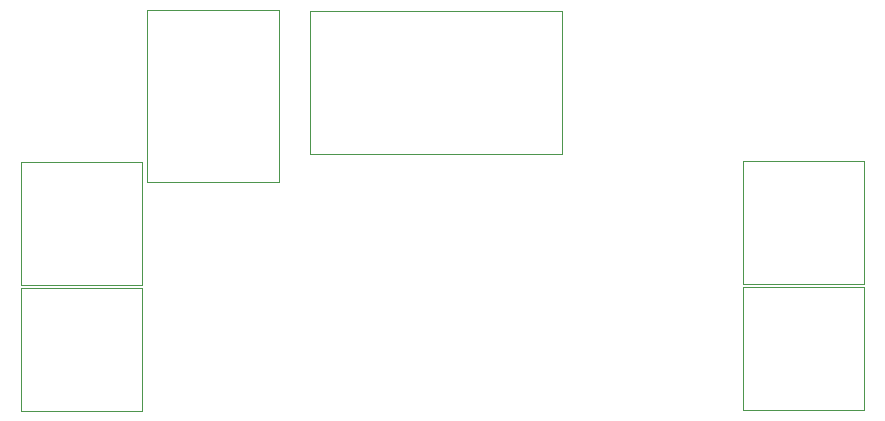
<source format=gbr>
G04 #@! TF.FileFunction,Other,User*
%FSLAX46Y46*%
G04 Gerber Fmt 4.6, Leading zero omitted, Abs format (unit mm)*
G04 Created by KiCad (PCBNEW 4.0.2-stable) date 2016年09月17日 星期六 10:25:48*
%MOMM*%
G01*
G04 APERTURE LIST*
%ADD10C,0.100000*%
%ADD11C,0.050000*%
G04 APERTURE END LIST*
D10*
D11*
X169860000Y-78072000D02*
X169860000Y-88472000D01*
X180060000Y-78072000D02*
X169860000Y-78072000D01*
X180060000Y-88472000D02*
X180060000Y-78072000D01*
X169860000Y-88472000D02*
X180060000Y-88472000D01*
X169860000Y-88740000D02*
X169860000Y-99140000D01*
X180060000Y-88740000D02*
X169860000Y-88740000D01*
X180060000Y-99140000D02*
X180060000Y-88740000D01*
X169860000Y-99140000D02*
X180060000Y-99140000D01*
X118938000Y-88552000D02*
X118938000Y-78152000D01*
X108738000Y-88552000D02*
X118938000Y-88552000D01*
X108738000Y-78152000D02*
X108738000Y-88552000D01*
X118938000Y-78152000D02*
X108738000Y-78152000D01*
X118938000Y-99220000D02*
X118938000Y-88820000D01*
X108738000Y-99220000D02*
X118938000Y-99220000D01*
X108738000Y-88820000D02*
X108738000Y-99220000D01*
X118938000Y-88820000D02*
X108738000Y-88820000D01*
X133187500Y-77509500D02*
X133187500Y-65409500D01*
X154487500Y-77509500D02*
X154487500Y-65409500D01*
X133187500Y-77509500D02*
X154487500Y-77509500D01*
X133187500Y-65409500D02*
X154487500Y-65409500D01*
X119408000Y-79836000D02*
X119408000Y-65336000D01*
X130558000Y-79836000D02*
X130558000Y-65336000D01*
X119408000Y-79836000D02*
X130558000Y-79836000D01*
X119408000Y-65336000D02*
X130558000Y-65336000D01*
M02*

</source>
